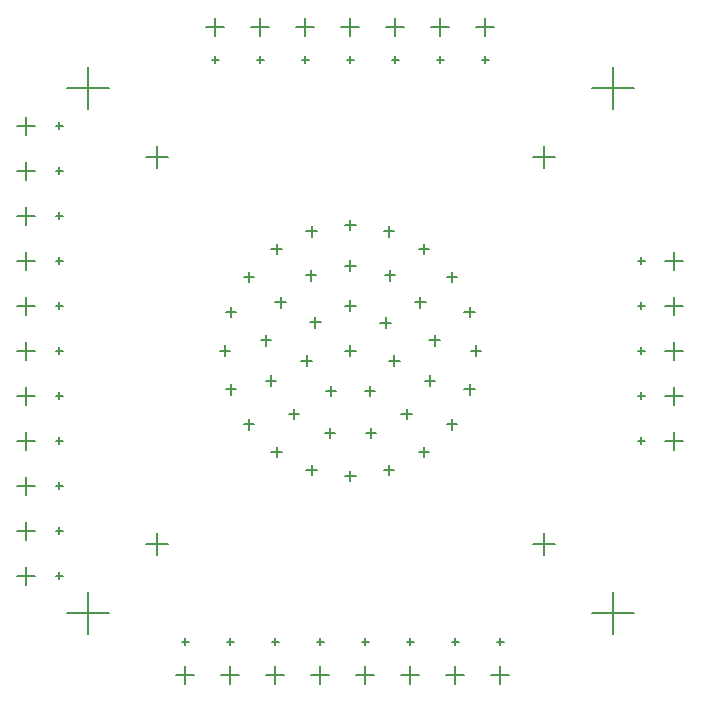
<source format=gbr>
G04 Layer_Color=128*
%FSLAX26Y26*%
%MOIN*%
%TF.FileFunction,Drillmap*%
%TF.Part,Single*%
G01*
G75*
%TA.AperFunction,NonConductor*%
%ADD17C,0.005000*%
D17*
X-680315Y-644882D02*
X-609449D01*
X-644882Y-680315D02*
Y-609449D01*
X609449Y-644882D02*
X680315D01*
X644882Y-680315D02*
Y-609449D01*
X609449Y644882D02*
X680315D01*
X644882Y609449D02*
Y680315D01*
X-680315Y644882D02*
X-609449D01*
X-644882Y609449D02*
Y680315D01*
X-17500Y0D02*
X17500D01*
X0Y-17500D02*
Y17500D01*
X-17500Y150000D02*
X17500D01*
X0Y132500D02*
Y167500D01*
X-134774Y93525D02*
X-99774D01*
X-117274Y76025D02*
Y111025D01*
X-163740Y-33375D02*
X-128740D01*
X-146240Y-50875D02*
Y-15875D01*
X-82587Y-135143D02*
X-47587D01*
X-65087Y-152643D02*
Y-117643D01*
X47577Y-135148D02*
X82577D01*
X65077Y-152648D02*
Y-117648D01*
X128738Y-33385D02*
X163738D01*
X146238Y-50885D02*
Y-15885D01*
X99780Y93516D02*
X134780D01*
X117280Y76016D02*
Y111016D01*
X-17500Y283000D02*
X17500D01*
X0Y265500D02*
Y300500D01*
X-149015Y250585D02*
X-114015D01*
X-131515Y233085D02*
Y268085D01*
X-250403Y160765D02*
X-215403D01*
X-232903Y143265D02*
Y178265D01*
X-298436Y34116D02*
X-263436D01*
X-280936Y16616D02*
Y51616D01*
X-282112Y-100347D02*
X-247112D01*
X-264612Y-117847D02*
Y-82847D01*
X-205169Y-211823D02*
X-170169D01*
X-187669Y-229323D02*
Y-194323D01*
X-85235Y-274774D02*
X-50235D01*
X-67735Y-292274D02*
Y-257274D01*
X50216Y-274779D02*
X85216D01*
X67716Y-292279D02*
Y-257279D01*
X170155Y-211837D02*
X205155D01*
X187655Y-229337D02*
Y-194337D01*
X247105Y-100366D02*
X282105D01*
X264605Y-117866D02*
Y-82866D01*
X263438Y34097D02*
X298438D01*
X280938Y16597D02*
Y51597D01*
X215414Y160749D02*
X250414D01*
X232914Y143249D02*
Y178249D01*
X114033Y250576D02*
X149033D01*
X131533Y233076D02*
Y268076D01*
X-17500Y418000D02*
X17500D01*
X0Y400500D02*
Y435500D01*
X-146669Y397542D02*
X-111669D01*
X-129169Y380042D02*
Y415042D01*
X-263194Y338169D02*
X-228194D01*
X-245694Y320669D02*
Y355669D01*
X-355669Y245694D02*
X-320669D01*
X-338169Y228194D02*
Y263194D01*
X-415042Y129169D02*
X-380042D01*
X-397542Y111669D02*
Y146669D01*
X-435500Y0D02*
X-400500D01*
X-418000Y-17500D02*
Y17500D01*
X-415042Y-129169D02*
X-380042D01*
X-397542Y-146669D02*
Y-111669D01*
X-355669Y-245694D02*
X-320669D01*
X-338169Y-263194D02*
Y-228194D01*
X-263194Y-338169D02*
X-228194D01*
X-245694Y-355669D02*
Y-320669D01*
X-146669Y-397542D02*
X-111669D01*
X-129169Y-415042D02*
Y-380042D01*
X-17500Y-418000D02*
X17500D01*
X0Y-435500D02*
Y-400500D01*
X111669Y-397542D02*
X146669D01*
X129169Y-415042D02*
Y-380042D01*
X228194Y-338169D02*
X263194D01*
X245694Y-355669D02*
Y-320669D01*
X320669Y-245694D02*
X355669D01*
X338169Y-263194D02*
Y-228194D01*
X380042Y-129169D02*
X415042D01*
X397542Y-146669D02*
Y-111669D01*
X400500Y0D02*
X435500D01*
X418000Y-17500D02*
Y17500D01*
X380042Y129169D02*
X415042D01*
X397542Y111669D02*
Y146669D01*
X320669Y245694D02*
X355669D01*
X338169Y228194D02*
Y263194D01*
X228194Y338169D02*
X263194D01*
X245694Y320669D02*
Y355669D01*
X111669Y397542D02*
X146669D01*
X129169Y380042D02*
Y415042D01*
X-943898Y875000D02*
X-806102D01*
X-875000Y806102D02*
Y943898D01*
X806102Y-875000D02*
X943898D01*
X875000Y-943898D02*
Y-806102D01*
X-943898Y-875000D02*
X-806102D01*
X-875000Y-943898D02*
Y-806102D01*
X806102Y875000D02*
X943898D01*
X875000Y806102D02*
Y943898D01*
X39000Y-970000D02*
X61000D01*
X50000Y-981000D02*
Y-959000D01*
X20000Y-1080000D02*
X80000D01*
X50000Y-1110000D02*
Y-1050000D01*
X-280000Y-1080000D02*
X-220000D01*
X-250000Y-1110000D02*
Y-1050000D01*
X-261000Y-970000D02*
X-239000D01*
X-250000Y-981000D02*
Y-959000D01*
X-561000Y-970000D02*
X-539000D01*
X-550000Y-981000D02*
Y-959000D01*
X-580000Y-1080000D02*
X-520000D01*
X-550000Y-1110000D02*
Y-1050000D01*
X170000Y-1080000D02*
X230000D01*
X200000Y-1110000D02*
Y-1050000D01*
X189000Y-970000D02*
X211000D01*
X200000Y-981000D02*
Y-959000D01*
X-111000Y-970000D02*
X-89000D01*
X-100000Y-981000D02*
Y-959000D01*
X-130000Y-1080000D02*
X-70000D01*
X-100000Y-1110000D02*
Y-1050000D01*
X470000Y-1080000D02*
X530000D01*
X500000Y-1110000D02*
Y-1050000D01*
X489000Y-970000D02*
X511000D01*
X500000Y-981000D02*
Y-959000D01*
X-411000Y-970000D02*
X-389000D01*
X-400000Y-981000D02*
Y-959000D01*
X-430000Y-1080000D02*
X-370000D01*
X-400000Y-1110000D02*
Y-1050000D01*
X339000Y-970000D02*
X361000D01*
X350000Y-981000D02*
Y-959000D01*
X320000Y-1080000D02*
X380000D01*
X350000Y-1110000D02*
Y-1050000D01*
X-981000Y300000D02*
X-959000D01*
X-970000Y289000D02*
Y311000D01*
X-1110000Y300000D02*
X-1050000D01*
X-1080000Y270000D02*
Y330000D01*
X-1110000Y-600000D02*
X-1050000D01*
X-1080000Y-630000D02*
Y-570000D01*
X-981000Y-600000D02*
X-959000D01*
X-970000Y-611000D02*
Y-589000D01*
X-981000Y-300000D02*
X-959000D01*
X-970000Y-311000D02*
Y-289000D01*
X-1110000Y-300000D02*
X-1050000D01*
X-1080000Y-330000D02*
Y-270000D01*
X-1110000Y0D02*
X-1050000D01*
X-1080000Y-30000D02*
Y30000D01*
X-981000Y0D02*
X-959000D01*
X-970000Y-11000D02*
Y11000D01*
X-981000Y450000D02*
X-959000D01*
X-970000Y439000D02*
Y461000D01*
X-1110000Y450000D02*
X-1050000D01*
X-1080000Y420000D02*
Y480000D01*
X-1110000Y750000D02*
X-1050000D01*
X-1080000Y720000D02*
Y780000D01*
X-981000Y750000D02*
X-959000D01*
X-970000Y739000D02*
Y761000D01*
X-1110000Y-750000D02*
X-1050000D01*
X-1080000Y-780000D02*
Y-720000D01*
X-981000Y-750000D02*
X-959000D01*
X-970000Y-761000D02*
Y-739000D01*
X-981000Y-450000D02*
X-959000D01*
X-970000Y-461000D02*
Y-439000D01*
X-1110000Y-450000D02*
X-1050000D01*
X-1080000Y-480000D02*
Y-420000D01*
X-1110000Y150000D02*
X-1050000D01*
X-1080000Y120000D02*
Y180000D01*
X-981000Y150000D02*
X-959000D01*
X-970000Y139000D02*
Y161000D01*
X-981000Y600000D02*
X-959000D01*
X-970000Y589000D02*
Y611000D01*
X-1110000Y600000D02*
X-1050000D01*
X-1080000Y570000D02*
Y630000D01*
X-1110000Y-150000D02*
X-1050000D01*
X-1080000Y-180000D02*
Y-120000D01*
X-981000Y-150000D02*
X-959000D01*
X-970000Y-161000D02*
Y-139000D01*
X959000Y150000D02*
X981000D01*
X970000Y139000D02*
Y161000D01*
X1050000Y150000D02*
X1110000D01*
X1080000Y120000D02*
Y180000D01*
X1050000Y-150000D02*
X1110000D01*
X1080000Y-180000D02*
Y-120000D01*
X959000Y-150000D02*
X981000D01*
X970000Y-161000D02*
Y-139000D01*
X959000Y-300000D02*
X981000D01*
X970000Y-311000D02*
Y-289000D01*
X1050000Y-300000D02*
X1110000D01*
X1080000Y-330000D02*
Y-270000D01*
X1050000Y0D02*
X1110000D01*
X1080000Y-30000D02*
Y30000D01*
X959000Y0D02*
X981000D01*
X970000Y-11000D02*
Y11000D01*
X1050000Y300000D02*
X1110000D01*
X1080000Y270000D02*
Y330000D01*
X959000Y300000D02*
X981000D01*
X970000Y289000D02*
Y311000D01*
X120000Y1080000D02*
X180000D01*
X150000Y1050000D02*
Y1110000D01*
X139000Y970000D02*
X161000D01*
X150000Y959000D02*
Y981000D01*
X-461000Y970000D02*
X-439000D01*
X-450000Y959000D02*
Y981000D01*
X-480000Y1080000D02*
X-420000D01*
X-450000Y1050000D02*
Y1110000D01*
X-180000Y1080000D02*
X-120000D01*
X-150000Y1050000D02*
Y1110000D01*
X-161000Y970000D02*
X-139000D01*
X-150000Y959000D02*
Y981000D01*
X-11000Y970000D02*
X11000D01*
X0Y959000D02*
Y981000D01*
X-30000Y1080000D02*
X30000D01*
X0Y1050000D02*
Y1110000D01*
X-330000Y1080000D02*
X-270000D01*
X-300000Y1050000D02*
Y1110000D01*
X-311000Y970000D02*
X-289000D01*
X-300000Y959000D02*
Y981000D01*
X289000Y970000D02*
X311000D01*
X300000Y959000D02*
Y981000D01*
X270000Y1080000D02*
X330000D01*
X300000Y1050000D02*
Y1110000D01*
X439000Y970000D02*
X461000D01*
X450000Y959000D02*
Y981000D01*
X420000Y1080000D02*
X480000D01*
X450000Y1050000D02*
Y1110000D01*
%TF.MD5,d9773336dbfada849a677e43cd2b5e30*%
M02*

</source>
